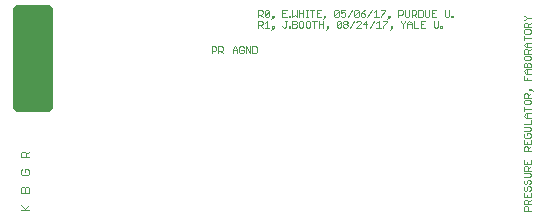
<source format=gbr>
G75*
%MOIN*%
%OFA0B0*%
%FSLAX25Y25*%
%IPPOS*%
%LPD*%
%AMOC8*
5,1,8,0,0,1.08239X$1,22.5*
%
%ADD10C,0.00200*%
%ADD11C,0.03200*%
%ADD12C,0.00300*%
D10*
X0184400Y0014600D02*
X0182198Y0014600D01*
X0182198Y0015701D01*
X0182565Y0016068D01*
X0183299Y0016068D01*
X0183666Y0015701D01*
X0183666Y0014600D01*
X0184400Y0016810D02*
X0182198Y0016810D01*
X0182198Y0017911D01*
X0182565Y0018278D01*
X0183299Y0018278D01*
X0183666Y0017911D01*
X0183666Y0016810D01*
X0183666Y0017544D02*
X0184400Y0018278D01*
X0182198Y0020488D02*
X0182198Y0019020D01*
X0184400Y0019020D01*
X0184400Y0020488D01*
X0183299Y0019754D02*
X0183299Y0019020D01*
X0182565Y0022698D02*
X0182198Y0022331D01*
X0182198Y0021597D01*
X0182565Y0021230D01*
X0182932Y0021230D01*
X0183299Y0021597D01*
X0183299Y0022331D01*
X0183666Y0022698D01*
X0184033Y0022698D01*
X0184400Y0022331D01*
X0184400Y0021597D01*
X0184033Y0021230D01*
X0182565Y0024907D02*
X0182198Y0024540D01*
X0182198Y0023806D01*
X0182565Y0023440D01*
X0182932Y0023440D01*
X0183299Y0023806D01*
X0183299Y0024540D01*
X0183666Y0024907D01*
X0184033Y0024907D01*
X0184400Y0024540D01*
X0184400Y0023806D01*
X0184033Y0023440D01*
X0182198Y0025649D02*
X0184033Y0025649D01*
X0184400Y0026016D01*
X0184400Y0026750D01*
X0184033Y0027117D01*
X0182198Y0027117D01*
X0184400Y0027859D02*
X0182198Y0027859D01*
X0182198Y0028960D01*
X0182565Y0029327D01*
X0183299Y0029327D01*
X0183666Y0028960D01*
X0183666Y0027859D01*
X0183666Y0028593D02*
X0184400Y0029327D01*
X0182198Y0031537D02*
X0182198Y0030069D01*
X0184400Y0030069D01*
X0184400Y0031537D01*
X0183299Y0030803D02*
X0183299Y0030069D01*
X0184400Y0034489D02*
X0182198Y0034489D01*
X0182198Y0035590D01*
X0182565Y0035957D01*
X0183299Y0035957D01*
X0183666Y0035590D01*
X0183666Y0034489D01*
X0183666Y0035223D02*
X0184400Y0035957D01*
X0182198Y0038167D02*
X0182198Y0036699D01*
X0184400Y0036699D01*
X0184400Y0038167D01*
X0183299Y0037433D02*
X0183299Y0036699D01*
X0182565Y0040377D02*
X0182198Y0040010D01*
X0182198Y0039276D01*
X0182565Y0038909D01*
X0184033Y0038909D01*
X0184400Y0039276D01*
X0184400Y0040010D01*
X0184033Y0040377D01*
X0183299Y0040377D01*
X0183299Y0039643D01*
X0182198Y0041119D02*
X0184033Y0041119D01*
X0184400Y0041486D01*
X0184400Y0042219D01*
X0184033Y0042586D01*
X0182198Y0042586D01*
X0182198Y0043328D02*
X0184400Y0043328D01*
X0184400Y0044796D01*
X0184400Y0045538D02*
X0182932Y0045538D01*
X0182198Y0046272D01*
X0182932Y0047006D01*
X0184400Y0047006D01*
X0183299Y0047006D02*
X0183299Y0045538D01*
X0184400Y0048482D02*
X0182198Y0048482D01*
X0182198Y0047748D02*
X0182198Y0049216D01*
X0182198Y0051059D02*
X0182198Y0050325D01*
X0182565Y0049958D01*
X0184033Y0049958D01*
X0184400Y0050325D01*
X0184400Y0051059D01*
X0184033Y0051426D01*
X0182565Y0051426D01*
X0182198Y0051059D01*
X0184400Y0052168D02*
X0182198Y0052168D01*
X0182198Y0053269D01*
X0182565Y0053636D01*
X0183299Y0053636D01*
X0183666Y0053269D01*
X0183666Y0052168D01*
X0183666Y0052902D02*
X0184400Y0053636D01*
X0185134Y0054378D02*
X0184400Y0055112D01*
X0184033Y0055112D01*
X0184033Y0054745D01*
X0184400Y0054745D01*
X0184400Y0055112D01*
X0184400Y0058061D02*
X0182198Y0058061D01*
X0182198Y0059529D01*
X0183299Y0058795D02*
X0183299Y0058061D01*
X0184400Y0060271D02*
X0182932Y0060271D01*
X0182198Y0061005D01*
X0182932Y0061739D01*
X0184400Y0061739D01*
X0183299Y0061739D02*
X0183299Y0060271D01*
X0184400Y0062481D02*
X0182198Y0062481D01*
X0182198Y0063582D01*
X0182565Y0063949D01*
X0182932Y0063949D01*
X0183299Y0063582D01*
X0183666Y0063949D01*
X0184033Y0063949D01*
X0184400Y0063582D01*
X0184400Y0062481D01*
X0183299Y0062481D02*
X0183299Y0063582D01*
X0182198Y0065792D02*
X0182198Y0065058D01*
X0182565Y0064691D01*
X0184033Y0064691D01*
X0184400Y0065058D01*
X0184400Y0065792D01*
X0184033Y0066159D01*
X0182565Y0066159D01*
X0182198Y0065792D01*
X0184400Y0066900D02*
X0182198Y0066900D01*
X0182198Y0068001D01*
X0182565Y0068368D01*
X0183299Y0068368D01*
X0183666Y0068001D01*
X0183666Y0066900D01*
X0183666Y0067634D02*
X0184400Y0068368D01*
X0184400Y0069110D02*
X0182932Y0069110D01*
X0182198Y0069844D01*
X0182932Y0070578D01*
X0184400Y0070578D01*
X0183299Y0070578D02*
X0183299Y0069110D01*
X0184400Y0072054D02*
X0182198Y0072054D01*
X0182198Y0071320D02*
X0182198Y0072788D01*
X0182198Y0074631D02*
X0182198Y0073897D01*
X0182565Y0073530D01*
X0184033Y0073530D01*
X0184400Y0073897D01*
X0184400Y0074631D01*
X0184033Y0074998D01*
X0182565Y0074998D01*
X0182198Y0074631D01*
X0184400Y0075740D02*
X0182198Y0075740D01*
X0182198Y0076841D01*
X0182565Y0077208D01*
X0183299Y0077208D01*
X0183666Y0076841D01*
X0183666Y0075740D01*
X0183666Y0076474D02*
X0184400Y0077208D01*
X0182198Y0077950D02*
X0182565Y0077950D01*
X0183299Y0078684D01*
X0182565Y0079418D01*
X0182198Y0079418D01*
X0183299Y0078684D02*
X0184400Y0078684D01*
X0093600Y0079200D02*
X0093600Y0081402D01*
X0094701Y0081402D01*
X0095068Y0081035D01*
X0095068Y0080301D01*
X0094701Y0079934D01*
X0093600Y0079934D01*
X0094334Y0079934D02*
X0095068Y0079200D01*
X0095810Y0079567D02*
X0095810Y0081035D01*
X0096177Y0081402D01*
X0096911Y0081402D01*
X0097278Y0081035D01*
X0097278Y0079567D01*
X0096911Y0079200D01*
X0096177Y0079200D01*
X0095810Y0079567D01*
X0097278Y0081035D01*
X0098020Y0078466D02*
X0098754Y0079200D01*
X0098754Y0079567D01*
X0098387Y0079567D01*
X0098387Y0079200D01*
X0098754Y0079200D01*
X0103171Y0081402D02*
X0101703Y0081402D01*
X0101703Y0079200D01*
X0103171Y0079200D01*
X0102437Y0080301D02*
X0101703Y0080301D01*
X0103913Y0079200D02*
X0103913Y0079567D01*
X0104280Y0079567D01*
X0104280Y0079200D01*
X0103913Y0079200D01*
X0105018Y0081402D02*
X0105018Y0079200D01*
X0105752Y0079934D01*
X0106486Y0079200D01*
X0106486Y0081402D01*
X0107228Y0081402D02*
X0107228Y0079200D01*
X0107228Y0080301D02*
X0108695Y0080301D01*
X0108695Y0081402D02*
X0108695Y0079200D01*
X0109437Y0079200D02*
X0110171Y0079200D01*
X0109804Y0079200D02*
X0109804Y0081402D01*
X0109437Y0081402D02*
X0110171Y0081402D01*
X0111645Y0081402D02*
X0111645Y0079200D01*
X0110911Y0081402D02*
X0112379Y0081402D01*
X0114589Y0081402D02*
X0113121Y0081402D01*
X0113121Y0079200D01*
X0114589Y0079200D01*
X0113855Y0080301D02*
X0113121Y0080301D01*
X0115330Y0078466D02*
X0116064Y0079200D01*
X0116064Y0079567D01*
X0115697Y0079567D01*
X0115697Y0079200D01*
X0116064Y0079200D01*
X0119014Y0079567D02*
X0119014Y0081035D01*
X0119381Y0081402D01*
X0120115Y0081402D01*
X0120482Y0081035D01*
X0120482Y0079567D01*
X0120115Y0079200D01*
X0119381Y0079200D01*
X0119014Y0079567D01*
X0120482Y0081035D01*
X0122691Y0081402D02*
X0121223Y0081402D01*
X0121223Y0080301D01*
X0121957Y0080668D01*
X0122324Y0080668D01*
X0122691Y0080301D01*
X0122691Y0079567D01*
X0122324Y0079200D01*
X0121590Y0079200D01*
X0121223Y0079567D01*
X0123433Y0079200D02*
X0124901Y0081402D01*
X0125643Y0079567D02*
X0125643Y0081035D01*
X0126010Y0081402D01*
X0126744Y0081402D01*
X0127111Y0081035D01*
X0127111Y0079567D01*
X0126744Y0079200D01*
X0126010Y0079200D01*
X0125643Y0079567D01*
X0127111Y0081035D01*
X0129321Y0081402D02*
X0128587Y0081035D01*
X0127853Y0080301D01*
X0127853Y0079567D01*
X0128220Y0079200D01*
X0128954Y0079200D01*
X0129321Y0079567D01*
X0129321Y0079934D01*
X0128954Y0080301D01*
X0127853Y0080301D01*
X0130063Y0079200D02*
X0131531Y0081402D01*
X0132273Y0080668D02*
X0133007Y0081402D01*
X0133007Y0079200D01*
X0132273Y0079200D02*
X0133741Y0079200D01*
X0134483Y0081402D02*
X0135951Y0081402D01*
X0135951Y0081035D01*
X0134483Y0079567D01*
X0134483Y0079200D01*
X0136693Y0078466D02*
X0137427Y0079200D01*
X0137427Y0079567D01*
X0137060Y0079567D01*
X0137060Y0079200D01*
X0137427Y0079200D01*
X0140376Y0079200D02*
X0140376Y0081402D01*
X0141477Y0081402D01*
X0141844Y0081035D01*
X0141844Y0080301D01*
X0141477Y0079934D01*
X0140376Y0079934D01*
X0142586Y0081402D02*
X0142586Y0079567D01*
X0142953Y0079200D01*
X0143687Y0079200D01*
X0144054Y0079567D01*
X0144054Y0081402D01*
X0144796Y0079200D02*
X0144796Y0081402D01*
X0145896Y0081402D01*
X0146263Y0081035D01*
X0146263Y0080301D01*
X0145896Y0079934D01*
X0144796Y0079934D01*
X0145529Y0079934D02*
X0146263Y0079200D01*
X0147005Y0081402D02*
X0147005Y0079200D01*
X0148106Y0079200D01*
X0148473Y0079567D01*
X0148473Y0081035D01*
X0148106Y0081402D01*
X0147005Y0081402D01*
X0149215Y0081402D02*
X0149215Y0079567D01*
X0149582Y0079200D01*
X0150316Y0079200D01*
X0150683Y0079567D01*
X0150683Y0081402D01*
X0152893Y0081402D02*
X0151425Y0081402D01*
X0151425Y0079200D01*
X0152893Y0079200D01*
X0152159Y0080301D02*
X0151425Y0080301D01*
X0155845Y0081402D02*
X0155845Y0079567D01*
X0156212Y0079200D01*
X0156946Y0079200D01*
X0157313Y0079567D01*
X0157313Y0081402D01*
X0158055Y0079200D02*
X0158055Y0079567D01*
X0158422Y0079567D01*
X0158422Y0079200D01*
X0158055Y0079200D01*
X0093600Y0075600D02*
X0093600Y0077802D01*
X0094701Y0077802D01*
X0095068Y0077435D01*
X0095068Y0076701D01*
X0094701Y0076334D01*
X0093600Y0076334D01*
X0094334Y0076334D02*
X0095068Y0075600D01*
X0095810Y0077068D02*
X0096544Y0077802D01*
X0096544Y0075600D01*
X0095810Y0075600D02*
X0097278Y0075600D01*
X0098020Y0074866D02*
X0098754Y0075600D01*
X0098754Y0075967D01*
X0098387Y0075967D01*
X0098387Y0075600D01*
X0098754Y0075600D01*
X0101703Y0075967D02*
X0102070Y0075600D01*
X0102437Y0075600D01*
X0102804Y0075967D01*
X0102804Y0077802D01*
X0102437Y0077802D02*
X0103171Y0077802D01*
X0103913Y0075600D02*
X0103913Y0075967D01*
X0104280Y0075967D01*
X0104280Y0075600D01*
X0103913Y0075600D01*
X0105018Y0075600D02*
X0105018Y0077802D01*
X0106119Y0077802D01*
X0106486Y0077435D01*
X0106486Y0077068D01*
X0106119Y0076701D01*
X0106486Y0076334D01*
X0106486Y0075967D01*
X0106119Y0075600D01*
X0105018Y0075600D01*
X0105018Y0076701D02*
X0106119Y0076701D01*
X0108329Y0077802D02*
X0107595Y0077802D01*
X0107228Y0077435D01*
X0107228Y0075967D01*
X0107595Y0075600D01*
X0108329Y0075600D01*
X0108695Y0075967D01*
X0108695Y0077435D01*
X0108329Y0077802D01*
X0110538Y0077802D02*
X0109804Y0077802D01*
X0109437Y0077435D01*
X0109437Y0075967D01*
X0109804Y0075600D01*
X0110538Y0075600D01*
X0110905Y0075967D01*
X0110905Y0077435D01*
X0110538Y0077802D01*
X0112381Y0077802D02*
X0112381Y0075600D01*
X0111647Y0077802D02*
X0113115Y0077802D01*
X0113857Y0077802D02*
X0113857Y0075600D01*
X0113857Y0076701D02*
X0115325Y0076701D01*
X0115325Y0077802D02*
X0115325Y0075600D01*
X0116067Y0074866D02*
X0116801Y0075600D01*
X0116801Y0075967D01*
X0116434Y0075967D01*
X0116434Y0075600D01*
X0116801Y0075600D01*
X0119750Y0075967D02*
X0119750Y0077435D01*
X0120117Y0077802D01*
X0120851Y0077802D01*
X0121218Y0077435D01*
X0121218Y0075967D01*
X0120851Y0075600D01*
X0120117Y0075600D01*
X0119750Y0075967D01*
X0121218Y0077435D01*
X0121960Y0077435D02*
X0122327Y0077802D01*
X0123061Y0077802D01*
X0123428Y0077435D01*
X0123428Y0077068D01*
X0123061Y0076701D01*
X0123428Y0076334D01*
X0123428Y0075967D01*
X0123061Y0075600D01*
X0122327Y0075600D01*
X0121960Y0075967D01*
X0121960Y0076334D01*
X0122327Y0076701D01*
X0121960Y0077068D01*
X0121960Y0077435D01*
X0122327Y0076701D02*
X0123061Y0076701D01*
X0124170Y0075600D02*
X0125638Y0077802D01*
X0127848Y0075600D02*
X0126380Y0075600D01*
X0127848Y0077068D01*
X0127848Y0077435D01*
X0127481Y0077802D01*
X0126747Y0077802D01*
X0126380Y0077435D01*
X0129691Y0075600D02*
X0129691Y0077802D01*
X0128590Y0076701D01*
X0130058Y0076701D01*
X0130800Y0075600D02*
X0132268Y0077802D01*
X0133010Y0077068D02*
X0133743Y0077802D01*
X0133743Y0075600D01*
X0133010Y0075600D02*
X0134477Y0075600D01*
X0135219Y0077802D02*
X0136687Y0077802D01*
X0136687Y0077435D01*
X0135219Y0075967D01*
X0135219Y0075600D01*
X0137429Y0074866D02*
X0138163Y0075600D01*
X0138163Y0075967D01*
X0137796Y0075967D01*
X0137796Y0075600D01*
X0138163Y0075600D01*
X0141112Y0077802D02*
X0141112Y0077435D01*
X0141846Y0076701D01*
X0142580Y0077435D01*
X0142580Y0077802D01*
X0141846Y0076701D02*
X0141846Y0075600D01*
X0143322Y0075600D02*
X0143322Y0077068D01*
X0144056Y0077802D01*
X0144790Y0077068D01*
X0144790Y0075600D01*
X0144790Y0076701D02*
X0143322Y0076701D01*
X0145532Y0077802D02*
X0145532Y0075600D01*
X0147000Y0075600D01*
X0149210Y0077802D02*
X0147742Y0077802D01*
X0147742Y0075600D01*
X0149210Y0075600D01*
X0148476Y0076701D02*
X0147742Y0076701D01*
X0152162Y0077802D02*
X0152162Y0075967D01*
X0152529Y0075600D01*
X0153263Y0075600D01*
X0153630Y0075967D01*
X0153630Y0077802D01*
X0154372Y0075600D02*
X0154372Y0075967D01*
X0154739Y0075967D01*
X0154739Y0075600D01*
X0154372Y0075600D01*
X0078100Y0067100D02*
X0078100Y0069302D01*
X0079201Y0069302D01*
X0079568Y0068935D01*
X0079568Y0068201D01*
X0079201Y0067834D01*
X0078100Y0067834D01*
X0080310Y0067100D02*
X0080310Y0069302D01*
X0081411Y0069302D01*
X0081778Y0068935D01*
X0081778Y0068201D01*
X0081411Y0067834D01*
X0080310Y0067834D01*
X0081044Y0067834D02*
X0081778Y0067100D01*
X0085100Y0067100D02*
X0085100Y0068568D01*
X0085834Y0069302D01*
X0086568Y0068568D01*
X0086568Y0067100D01*
X0086568Y0068201D02*
X0085100Y0068201D01*
X0088778Y0068935D02*
X0088411Y0069302D01*
X0087677Y0069302D01*
X0087310Y0068935D01*
X0087310Y0067467D01*
X0087677Y0067100D01*
X0088411Y0067100D01*
X0088778Y0067467D01*
X0088778Y0068201D01*
X0088044Y0068201D01*
X0089520Y0067100D02*
X0089520Y0069302D01*
X0090988Y0067100D01*
X0090988Y0069302D01*
X0091730Y0069302D02*
X0091730Y0067100D01*
X0092831Y0067100D01*
X0093198Y0067467D01*
X0093198Y0068935D01*
X0092831Y0069302D01*
X0091730Y0069302D01*
D11*
X0013500Y0081500D02*
X0013500Y0049000D01*
X0023500Y0049000D01*
X0023500Y0081500D01*
X0013500Y0081500D01*
X0013500Y0051176D02*
X0023500Y0051176D01*
X0023500Y0054375D02*
X0013500Y0054375D01*
X0013500Y0057573D02*
X0023500Y0057573D01*
X0023500Y0060772D02*
X0013500Y0060772D01*
X0013500Y0063970D02*
X0023500Y0063970D01*
X0023500Y0067169D02*
X0013500Y0067169D01*
X0013500Y0070367D02*
X0023500Y0070367D01*
X0023500Y0073566D02*
X0013500Y0073566D01*
X0013500Y0076764D02*
X0023500Y0076764D01*
X0023500Y0079963D02*
X0013500Y0079963D01*
D12*
X0014448Y0014650D02*
X0017350Y0014650D01*
X0016383Y0014650D02*
X0014448Y0016585D01*
X0015899Y0015134D02*
X0017350Y0016585D01*
X0017350Y0020543D02*
X0014448Y0020543D01*
X0014448Y0021994D01*
X0014931Y0022478D01*
X0015415Y0022478D01*
X0015899Y0021994D01*
X0016383Y0022478D01*
X0016866Y0022478D01*
X0017350Y0021994D01*
X0017350Y0020543D01*
X0015899Y0020543D02*
X0015899Y0021994D01*
X0014931Y0028371D02*
X0014448Y0027887D01*
X0014448Y0026920D01*
X0014931Y0026436D01*
X0016866Y0026436D01*
X0017350Y0026920D01*
X0017350Y0027887D01*
X0016866Y0028371D01*
X0015899Y0028371D01*
X0015899Y0027404D01*
X0017350Y0032329D02*
X0014448Y0032329D01*
X0014448Y0033780D01*
X0014931Y0034264D01*
X0015899Y0034264D01*
X0016383Y0033780D01*
X0016383Y0032329D01*
X0016383Y0033297D02*
X0017350Y0034264D01*
M02*

</source>
